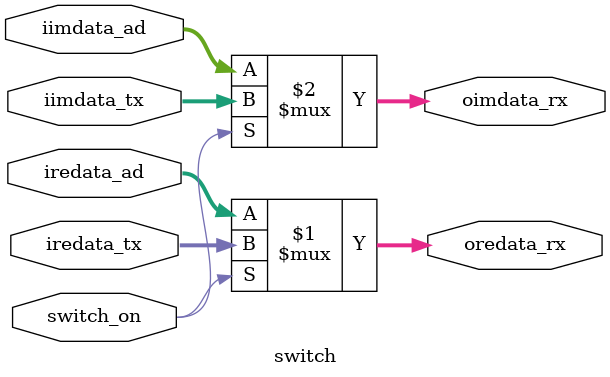
<source format=v>

module switch(  
    // input interface
    input	[15:0]	iredata_tx,
    input	[15:0]	iimdata_tx,

    input	[15:0]	iredata_ad,
    input	[15:0]	iimdata_ad,
  
    input			switch_on,
	// output interface
	output	[15:0]	oredata_rx,
    output	[15:0]	oimdata_rx

  
    );
	assign oredata_rx = (switch_on)? iredata_tx:iredata_ad;
	assign oimdata_rx = (switch_on)? iimdata_tx:iimdata_ad;
	
	endmodule
	
</source>
